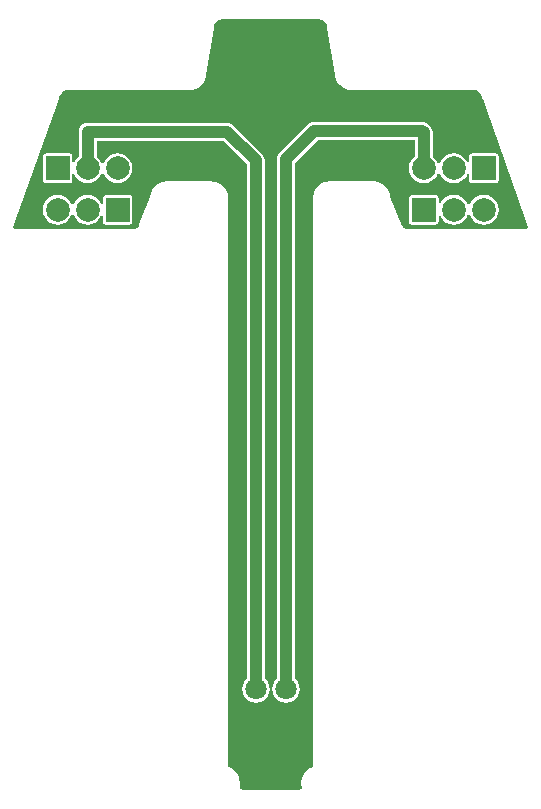
<source format=gbl>
G04 Layer_Physical_Order=2*
G04 Layer_Color=16711680*
%FSLAX44Y44*%
%MOMM*%
G71*
G01*
G75*
%ADD10C,1.0000*%
%ADD11C,2.0000*%
%ADD12R,2.0000X2.0000*%
%ADD13C,1.8000*%
G36*
X39077Y656115D02*
X40300Y656085D01*
X40301Y656085D01*
X41529Y656063D01*
X42642Y655917D01*
X44327Y655219D01*
X45775Y654108D01*
X46885Y652661D01*
X47583Y650975D01*
X47751Y649699D01*
X47751Y649699D01*
X47751D01*
X47979Y648499D01*
X54502Y609361D01*
X54589Y609130D01*
X54869Y607002D01*
X56348Y603432D01*
X58700Y600367D01*
X61766Y598014D01*
X65336Y596536D01*
X69167Y596031D01*
X69922Y596131D01*
X70000Y596115D01*
X169309Y596115D01*
X170518Y596097D01*
X170519Y596097D01*
X171761Y596201D01*
X173543Y595966D01*
X175415Y595191D01*
X177023Y593957D01*
X178257Y592349D01*
X179033Y590476D01*
X179164Y589481D01*
X179282Y589497D01*
X179311Y589351D01*
X179408Y588695D01*
X218203Y479923D01*
X217471Y478885D01*
X116236Y478885D01*
X116058Y478885D01*
X114821Y478899D01*
X114066Y479006D01*
X113573Y479077D01*
X113611Y479070D01*
X114066Y479006D01*
X114756Y478905D01*
X113611Y479070D01*
X113422Y479107D01*
X112396Y479793D01*
X111711Y480819D01*
X111649Y481131D01*
X111649Y481131D01*
X111466Y481523D01*
X101036Y505997D01*
X100693Y508605D01*
X99301Y511965D01*
X97088Y514849D01*
X94203Y517063D01*
X90843Y518455D01*
X87238Y518929D01*
Y518929D01*
X87195Y518886D01*
X50344Y518968D01*
X49911Y519054D01*
Y519099D01*
X46305Y518624D01*
X42946Y517233D01*
X40061Y515019D01*
X37848Y512134D01*
X36456Y508775D01*
X35981Y505170D01*
X36009D01*
X36010Y505168D01*
X36223Y23384D01*
X33035Y22063D01*
X30151Y19849D01*
X27937Y16965D01*
X26545Y13605D01*
X26071Y10000D01*
X26071D01*
X26141Y8759D01*
X26207Y5695D01*
X25604Y4793D01*
X24578Y4107D01*
X24388Y4070D01*
X23244Y3905D01*
X23934Y4006D01*
X24388Y4070D01*
X24427Y4077D01*
X23934Y4006D01*
X23179Y3899D01*
X21942Y3885D01*
X21764Y3885D01*
X-21764D01*
X-21942Y3885D01*
X-23179Y3899D01*
X-23934Y4006D01*
X-24427Y4077D01*
X-24388Y4070D01*
X-23934Y4006D01*
X-23244Y3905D01*
X-24388Y4070D01*
X-24578Y4107D01*
X-25604Y4793D01*
X-26207Y5696D01*
X-26141Y8759D01*
X-26071Y10000D01*
X-26071D01*
X-26546Y13605D01*
X-27937Y16965D01*
X-30151Y19849D01*
X-33035Y22063D01*
X-36223Y23384D01*
X-36010Y504998D01*
X-35966Y505000D01*
X-36440Y508605D01*
X-37832Y511965D01*
X-40045Y514849D01*
X-42930Y517063D01*
X-46290Y518455D01*
X-49309Y518852D01*
X-49904Y518969D01*
X-87978Y518885D01*
X-88022Y518929D01*
Y518929D01*
X-91627Y518455D01*
X-94987Y517063D01*
X-97872Y514849D01*
X-100085Y511965D01*
X-101477Y508605D01*
X-101838Y505858D01*
X-111050Y482579D01*
X-111176Y482260D01*
X-111644Y481141D01*
X-111740Y480961D01*
X-111651Y481127D01*
X-112195Y480100D01*
X-111740Y480961D01*
X-112238Y480029D01*
X-112396Y479793D01*
X-113422Y479107D01*
X-113611Y479070D01*
X-114756Y478905D01*
X-114066Y479006D01*
X-113611Y479070D01*
X-113573Y479077D01*
X-114066Y479006D01*
X-114821Y478899D01*
X-116058Y478885D01*
X-116236Y478885D01*
X-217471Y478885D01*
X-218203Y479923D01*
X-179408Y588695D01*
X-179311Y589351D01*
X-179282Y589497D01*
X-179164Y589481D01*
X-179033Y590476D01*
X-178257Y592349D01*
X-177024Y593957D01*
X-175415Y595191D01*
X-173543Y595966D01*
X-171761Y596201D01*
X-170519Y596097D01*
X-170518Y596097D01*
X-169309Y596115D01*
X-70000Y596115D01*
X-69922Y596131D01*
X-69167Y596031D01*
X-65336Y596536D01*
X-61766Y598014D01*
X-58700Y600367D01*
X-56348Y603432D01*
X-54869Y607002D01*
X-54589Y609130D01*
X-54502Y609361D01*
X-47979Y648499D01*
X-47751Y649699D01*
X-47751D01*
X-47751Y649699D01*
X-47583Y650975D01*
X-46885Y652661D01*
X-45775Y654108D01*
X-44327Y655219D01*
X-42642Y655917D01*
X-41529Y656063D01*
X-40301Y656085D01*
X-40300Y656085D01*
X-39077Y656115D01*
X-38775Y656115D01*
X38775Y656115D01*
X39077Y656115D01*
D02*
G37*
%LPC*%
G36*
X-155000Y507648D02*
X-158274Y507217D01*
X-161324Y505954D01*
X-163944Y503944D01*
X-165954Y501324D01*
X-167013Y498767D01*
X-168387D01*
X-169446Y501324D01*
X-171456Y503944D01*
X-174076Y505954D01*
X-177126Y507217D01*
X-180400Y507648D01*
X-183674Y507217D01*
X-186724Y505954D01*
X-189344Y503944D01*
X-191354Y501324D01*
X-192617Y498274D01*
X-193048Y495000D01*
X-192617Y491726D01*
X-191354Y488676D01*
X-189344Y486056D01*
X-186724Y484046D01*
X-183674Y482783D01*
X-180400Y482352D01*
X-177126Y482783D01*
X-174076Y484046D01*
X-171456Y486056D01*
X-169446Y488676D01*
X-168387Y491233D01*
X-167013D01*
X-165954Y488676D01*
X-163944Y486056D01*
X-161324Y484046D01*
X-158274Y482783D01*
X-155000Y482352D01*
X-151726Y482783D01*
X-148676Y484046D01*
X-146056Y486056D01*
X-144046Y488676D01*
X-143460Y490092D01*
X-142190Y489839D01*
Y485000D01*
X-141993Y484009D01*
X-141431Y483169D01*
X-140591Y482607D01*
X-139600Y482410D01*
X-119600D01*
X-118609Y482607D01*
X-117769Y483169D01*
X-117207Y484009D01*
X-117010Y485000D01*
Y505000D01*
X-117207Y505991D01*
X-117769Y506831D01*
X-118609Y507393D01*
X-119600Y507590D01*
X-139600D01*
X-140591Y507393D01*
X-141431Y506831D01*
X-141993Y505991D01*
X-142190Y505000D01*
Y500161D01*
X-143460Y499908D01*
X-144046Y501324D01*
X-146056Y503944D01*
X-148676Y505954D01*
X-151726Y507217D01*
X-155000Y507648D01*
D02*
G37*
G36*
X-37000Y568605D02*
X-155000D01*
X-156968Y568346D01*
X-158802Y567586D01*
X-160378Y566378D01*
X-161586Y564803D01*
X-162346Y562968D01*
X-162605Y561000D01*
Y539971D01*
X-163944Y538944D01*
X-165954Y536324D01*
X-166540Y534908D01*
X-167810Y535161D01*
Y540000D01*
X-168007Y540991D01*
X-168569Y541831D01*
X-169409Y542393D01*
X-170400Y542590D01*
X-190400D01*
X-191391Y542393D01*
X-192231Y541831D01*
X-192793Y540991D01*
X-192990Y540000D01*
Y520000D01*
X-192793Y519009D01*
X-192231Y518169D01*
X-191391Y517607D01*
X-190400Y517410D01*
X-170400D01*
X-169409Y517607D01*
X-168569Y518169D01*
X-168007Y519009D01*
X-167810Y520000D01*
Y524839D01*
X-166540Y525092D01*
X-165954Y523676D01*
X-163944Y521056D01*
X-161324Y519046D01*
X-158274Y517783D01*
X-155000Y517352D01*
X-151726Y517783D01*
X-148676Y519046D01*
X-146056Y521056D01*
X-144046Y523676D01*
X-142987Y526233D01*
X-141613D01*
X-140554Y523676D01*
X-138544Y521056D01*
X-135924Y519046D01*
X-132874Y517783D01*
X-129600Y517352D01*
X-126326Y517783D01*
X-123276Y519046D01*
X-120656Y521056D01*
X-118646Y523676D01*
X-117383Y526726D01*
X-116952Y530000D01*
X-117383Y533274D01*
X-118646Y536324D01*
X-120656Y538944D01*
X-123276Y540954D01*
X-126326Y542217D01*
X-129600Y542648D01*
X-132874Y542217D01*
X-135924Y540954D01*
X-138544Y538944D01*
X-140554Y536324D01*
X-141613Y533767D01*
X-142987D01*
X-144046Y536324D01*
X-146056Y538944D01*
X-147395Y539971D01*
Y553395D01*
X-40150D01*
X-20305Y533550D01*
Y97480D01*
X-20630Y97230D01*
X-22480Y94820D01*
X-23643Y92013D01*
X-24040Y89000D01*
X-23643Y85988D01*
X-22480Y83180D01*
X-20630Y80770D01*
X-18220Y78920D01*
X-15412Y77757D01*
X-12400Y77360D01*
X-9388Y77757D01*
X-6580Y78920D01*
X-4170Y80770D01*
X-2320Y83180D01*
X-1157Y85988D01*
X-760Y89000D01*
X-1157Y92013D01*
X-2320Y94820D01*
X-4170Y97230D01*
X-5095Y97940D01*
Y536700D01*
X-5354Y538668D01*
X-5799Y539743D01*
X-6114Y540503D01*
X-7322Y542078D01*
X-31622Y566378D01*
X-33198Y567586D01*
X-35032Y568346D01*
X-37000Y568605D01*
D02*
G37*
G36*
X128000Y569605D02*
X37000D01*
X35032Y569346D01*
X33957Y568901D01*
X33198Y568586D01*
X31622Y567378D01*
X7322Y543078D01*
X6114Y541502D01*
X5354Y539668D01*
X5095Y537700D01*
Y97480D01*
X4770Y97230D01*
X2920Y94820D01*
X1757Y92013D01*
X1360Y89000D01*
X1757Y85988D01*
X2920Y83180D01*
X4770Y80770D01*
X7180Y78920D01*
X9987Y77757D01*
X13000Y77360D01*
X16013Y77757D01*
X18820Y78920D01*
X21230Y80770D01*
X23080Y83180D01*
X24243Y85988D01*
X24639Y89000D01*
X24243Y92013D01*
X23080Y94820D01*
X21230Y97230D01*
X20305Y97940D01*
Y534550D01*
X40150Y554395D01*
X121995D01*
Y539971D01*
X120656Y538944D01*
X118646Y536324D01*
X117383Y533274D01*
X116952Y530000D01*
X117383Y526726D01*
X118646Y523676D01*
X120656Y521056D01*
X123276Y519046D01*
X126326Y517783D01*
X129600Y517352D01*
X132874Y517783D01*
X135924Y519046D01*
X138544Y521056D01*
X140554Y523676D01*
X141613Y526233D01*
X142987D01*
X144046Y523676D01*
X146056Y521056D01*
X148676Y519046D01*
X151726Y517783D01*
X155000Y517352D01*
X158274Y517783D01*
X161324Y519046D01*
X163944Y521056D01*
X165954Y523676D01*
X166540Y525092D01*
X167810Y524839D01*
Y520000D01*
X168007Y519009D01*
X168569Y518169D01*
X169409Y517607D01*
X170400Y517410D01*
X190400D01*
X191391Y517607D01*
X192231Y518169D01*
X192793Y519009D01*
X192990Y520000D01*
Y540000D01*
X192793Y540991D01*
X192231Y541831D01*
X191391Y542393D01*
X190400Y542590D01*
X170400D01*
X169409Y542393D01*
X168569Y541831D01*
X168007Y540991D01*
X167810Y540000D01*
Y535161D01*
X166540Y534908D01*
X165954Y536324D01*
X163944Y538944D01*
X161324Y540954D01*
X158274Y542217D01*
X155000Y542648D01*
X151726Y542217D01*
X148676Y540954D01*
X146056Y538944D01*
X144046Y536324D01*
X142987Y533767D01*
X141613D01*
X140554Y536324D01*
X138544Y538944D01*
X137205Y539971D01*
Y560400D01*
X136946Y562368D01*
X136501Y563443D01*
X136186Y564202D01*
X134978Y565778D01*
X133378Y567378D01*
X131803Y568586D01*
X129968Y569346D01*
X128000Y569605D01*
D02*
G37*
G36*
X180400Y507648D02*
X177126Y507217D01*
X174076Y505954D01*
X171456Y503944D01*
X169446Y501324D01*
X168387Y498767D01*
X167013D01*
X165954Y501324D01*
X163944Y503944D01*
X161324Y505954D01*
X158274Y507217D01*
X155000Y507648D01*
X151726Y507217D01*
X148676Y505954D01*
X146056Y503944D01*
X144046Y501324D01*
X143460Y499908D01*
X142190Y500161D01*
Y505000D01*
X141993Y505991D01*
X141431Y506831D01*
X140591Y507393D01*
X139600Y507590D01*
X119600D01*
X118609Y507393D01*
X117769Y506831D01*
X117207Y505991D01*
X117010Y505000D01*
Y485000D01*
X117207Y484009D01*
X117769Y483169D01*
X118609Y482607D01*
X119600Y482410D01*
X139600D01*
X140591Y482607D01*
X141431Y483169D01*
X141993Y484009D01*
X142190Y485000D01*
Y489839D01*
X143460Y490092D01*
X144046Y488676D01*
X146056Y486056D01*
X148676Y484046D01*
X151726Y482783D01*
X155000Y482352D01*
X158274Y482783D01*
X161324Y484046D01*
X163944Y486056D01*
X165954Y488676D01*
X167013Y491233D01*
X168387D01*
X169446Y488676D01*
X171456Y486056D01*
X174076Y484046D01*
X177126Y482783D01*
X180400Y482352D01*
X183674Y482783D01*
X186724Y484046D01*
X189344Y486056D01*
X191354Y488676D01*
X192617Y491726D01*
X193048Y495000D01*
X192617Y498274D01*
X191354Y501324D01*
X189344Y503944D01*
X186724Y505954D01*
X183674Y507217D01*
X180400Y507648D01*
D02*
G37*
%LPD*%
D10*
X129600Y530000D02*
Y560400D01*
X128000Y562000D02*
X129600Y560400D01*
X37000Y562000D02*
X128000D01*
X12700Y537700D02*
X37000Y562000D01*
X-155000Y530000D02*
Y561000D01*
X-37000D01*
X-12700Y536700D01*
X12700Y89000D02*
Y537700D01*
X-12700Y89000D02*
Y536700D01*
D11*
X129600Y530000D02*
D03*
X155000D02*
D03*
X-129600D02*
D03*
X-155000D02*
D03*
X180400Y495000D02*
D03*
X155000D02*
D03*
X-180400D02*
D03*
X-155000D02*
D03*
D12*
X180400Y530000D02*
D03*
X-180400D02*
D03*
X129600Y495000D02*
D03*
X-129600D02*
D03*
D13*
X-12400Y89000D02*
D03*
X13000D02*
D03*
M02*

</source>
